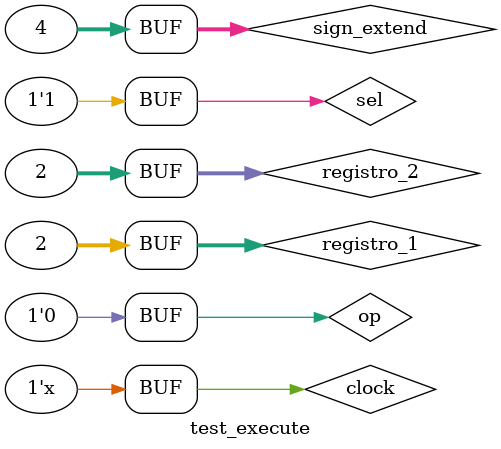
<source format=v>
`timescale 1ns / 1ps


module test_execute;

	// Inputs
	reg clock;
	reg sel;
	reg [31:0] registro_1;
	reg [31:0] registro_2;
	reg [31:0] sign_extend;
	reg op;

	// Outputs
	wire [31:0] result;
	wire [31:0] registro_2_out;

	// Instantiate the Unit Under Test (UUT)
	execute uut (
		.clock(clock), 
		.sel(sel), 
		.registro_1(registro_1), 
		.registro_2(registro_2), 
		.sign_extend(sign_extend), 
		.op(op), 
		.result(result), 
		.registro_2_out(registro_2_out)
	);
	
	always #1 clock = ~clock;
	
	initial begin
		// Initialize Inputs
		clock = 0;
		sel = 0;
		registro_1 = 0;
		registro_2 = 0;
		sign_extend = 0;
		op = 0;

		// Wait 100 ns for global reset to finish
		#100;
       
		registro_1 = 32'b10;
		registro_2 = 32'b10;
		sign_extend = 32'b100;
		#2;
		op=1;
		#2;
		sel=1;
		#2;
		op=0;
		#2;
		// Add stimulus here

	end
      
endmodule


</source>
